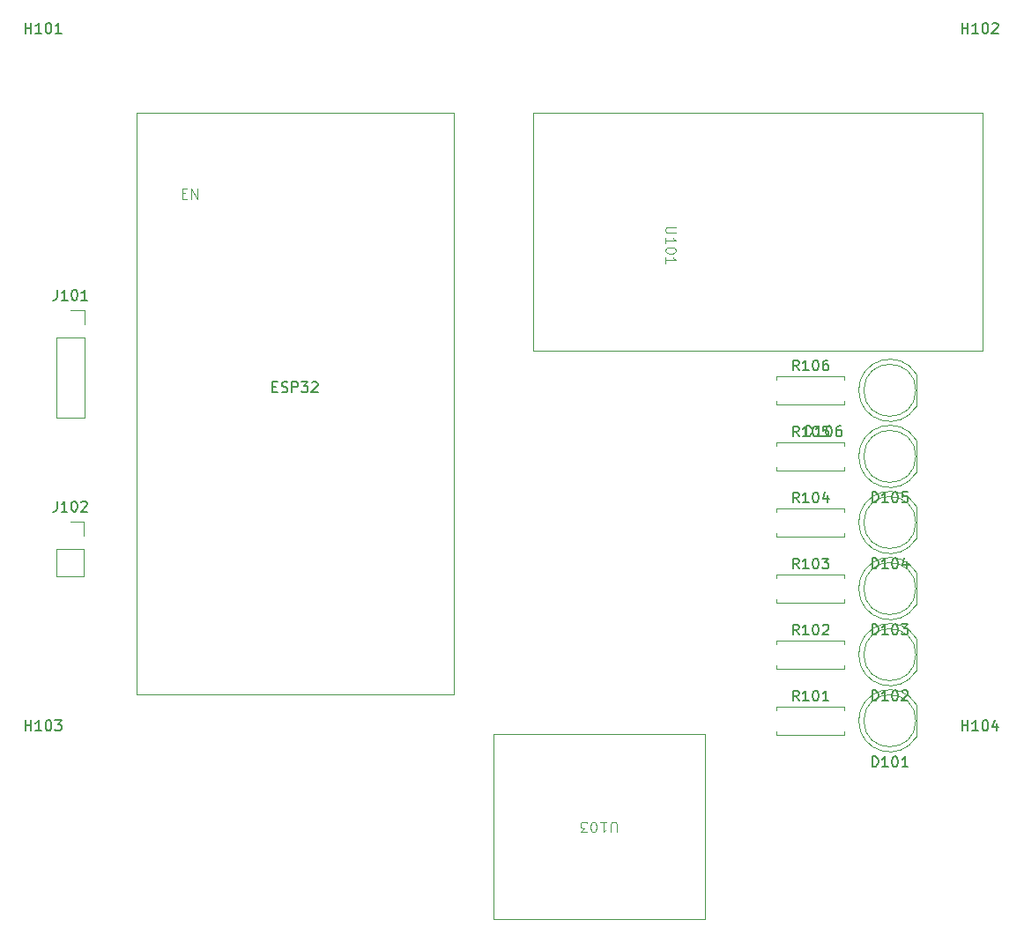
<source format=gbr>
%TF.GenerationSoftware,KiCad,Pcbnew,7.0.10*%
%TF.CreationDate,2024-04-22T12:45:59-04:00*%
%TF.ProjectId,ping_pong_esp32,70696e67-5f70-46f6-9e67-5f6573703332,rev?*%
%TF.SameCoordinates,Original*%
%TF.FileFunction,Legend,Top*%
%TF.FilePolarity,Positive*%
%FSLAX46Y46*%
G04 Gerber Fmt 4.6, Leading zero omitted, Abs format (unit mm)*
G04 Created by KiCad (PCBNEW 7.0.10) date 2024-04-22 12:45:59*
%MOMM*%
%LPD*%
G01*
G04 APERTURE LIST*
%ADD10C,0.150000*%
%ADD11C,0.100000*%
%ADD12C,0.120000*%
G04 APERTURE END LIST*
D10*
X93285714Y-68254819D02*
X93285714Y-67254819D01*
X93285714Y-67731009D02*
X93857142Y-67731009D01*
X93857142Y-68254819D02*
X93857142Y-67254819D01*
X94857142Y-68254819D02*
X94285714Y-68254819D01*
X94571428Y-68254819D02*
X94571428Y-67254819D01*
X94571428Y-67254819D02*
X94476190Y-67397676D01*
X94476190Y-67397676D02*
X94380952Y-67492914D01*
X94380952Y-67492914D02*
X94285714Y-67540533D01*
X95476190Y-67254819D02*
X95571428Y-67254819D01*
X95571428Y-67254819D02*
X95666666Y-67302438D01*
X95666666Y-67302438D02*
X95714285Y-67350057D01*
X95714285Y-67350057D02*
X95761904Y-67445295D01*
X95761904Y-67445295D02*
X95809523Y-67635771D01*
X95809523Y-67635771D02*
X95809523Y-67873866D01*
X95809523Y-67873866D02*
X95761904Y-68064342D01*
X95761904Y-68064342D02*
X95714285Y-68159580D01*
X95714285Y-68159580D02*
X95666666Y-68207200D01*
X95666666Y-68207200D02*
X95571428Y-68254819D01*
X95571428Y-68254819D02*
X95476190Y-68254819D01*
X95476190Y-68254819D02*
X95380952Y-68207200D01*
X95380952Y-68207200D02*
X95333333Y-68159580D01*
X95333333Y-68159580D02*
X95285714Y-68064342D01*
X95285714Y-68064342D02*
X95238095Y-67873866D01*
X95238095Y-67873866D02*
X95238095Y-67635771D01*
X95238095Y-67635771D02*
X95285714Y-67445295D01*
X95285714Y-67445295D02*
X95333333Y-67350057D01*
X95333333Y-67350057D02*
X95380952Y-67302438D01*
X95380952Y-67302438D02*
X95476190Y-67254819D01*
X96666666Y-67588152D02*
X96666666Y-68254819D01*
X96428571Y-67207200D02*
X96190476Y-67921485D01*
X96190476Y-67921485D02*
X96809523Y-67921485D01*
X3285714Y-68254819D02*
X3285714Y-67254819D01*
X3285714Y-67731009D02*
X3857142Y-67731009D01*
X3857142Y-68254819D02*
X3857142Y-67254819D01*
X4857142Y-68254819D02*
X4285714Y-68254819D01*
X4571428Y-68254819D02*
X4571428Y-67254819D01*
X4571428Y-67254819D02*
X4476190Y-67397676D01*
X4476190Y-67397676D02*
X4380952Y-67492914D01*
X4380952Y-67492914D02*
X4285714Y-67540533D01*
X5476190Y-67254819D02*
X5571428Y-67254819D01*
X5571428Y-67254819D02*
X5666666Y-67302438D01*
X5666666Y-67302438D02*
X5714285Y-67350057D01*
X5714285Y-67350057D02*
X5761904Y-67445295D01*
X5761904Y-67445295D02*
X5809523Y-67635771D01*
X5809523Y-67635771D02*
X5809523Y-67873866D01*
X5809523Y-67873866D02*
X5761904Y-68064342D01*
X5761904Y-68064342D02*
X5714285Y-68159580D01*
X5714285Y-68159580D02*
X5666666Y-68207200D01*
X5666666Y-68207200D02*
X5571428Y-68254819D01*
X5571428Y-68254819D02*
X5476190Y-68254819D01*
X5476190Y-68254819D02*
X5380952Y-68207200D01*
X5380952Y-68207200D02*
X5333333Y-68159580D01*
X5333333Y-68159580D02*
X5285714Y-68064342D01*
X5285714Y-68064342D02*
X5238095Y-67873866D01*
X5238095Y-67873866D02*
X5238095Y-67635771D01*
X5238095Y-67635771D02*
X5285714Y-67445295D01*
X5285714Y-67445295D02*
X5333333Y-67350057D01*
X5333333Y-67350057D02*
X5380952Y-67302438D01*
X5380952Y-67302438D02*
X5476190Y-67254819D01*
X6142857Y-67254819D02*
X6761904Y-67254819D01*
X6761904Y-67254819D02*
X6428571Y-67635771D01*
X6428571Y-67635771D02*
X6571428Y-67635771D01*
X6571428Y-67635771D02*
X6666666Y-67683390D01*
X6666666Y-67683390D02*
X6714285Y-67731009D01*
X6714285Y-67731009D02*
X6761904Y-67826247D01*
X6761904Y-67826247D02*
X6761904Y-68064342D01*
X6761904Y-68064342D02*
X6714285Y-68159580D01*
X6714285Y-68159580D02*
X6666666Y-68207200D01*
X6666666Y-68207200D02*
X6571428Y-68254819D01*
X6571428Y-68254819D02*
X6285714Y-68254819D01*
X6285714Y-68254819D02*
X6190476Y-68207200D01*
X6190476Y-68207200D02*
X6142857Y-68159580D01*
X93285714Y-1254819D02*
X93285714Y-254819D01*
X93285714Y-731009D02*
X93857142Y-731009D01*
X93857142Y-1254819D02*
X93857142Y-254819D01*
X94857142Y-1254819D02*
X94285714Y-1254819D01*
X94571428Y-1254819D02*
X94571428Y-254819D01*
X94571428Y-254819D02*
X94476190Y-397676D01*
X94476190Y-397676D02*
X94380952Y-492914D01*
X94380952Y-492914D02*
X94285714Y-540533D01*
X95476190Y-254819D02*
X95571428Y-254819D01*
X95571428Y-254819D02*
X95666666Y-302438D01*
X95666666Y-302438D02*
X95714285Y-350057D01*
X95714285Y-350057D02*
X95761904Y-445295D01*
X95761904Y-445295D02*
X95809523Y-635771D01*
X95809523Y-635771D02*
X95809523Y-873866D01*
X95809523Y-873866D02*
X95761904Y-1064342D01*
X95761904Y-1064342D02*
X95714285Y-1159580D01*
X95714285Y-1159580D02*
X95666666Y-1207200D01*
X95666666Y-1207200D02*
X95571428Y-1254819D01*
X95571428Y-1254819D02*
X95476190Y-1254819D01*
X95476190Y-1254819D02*
X95380952Y-1207200D01*
X95380952Y-1207200D02*
X95333333Y-1159580D01*
X95333333Y-1159580D02*
X95285714Y-1064342D01*
X95285714Y-1064342D02*
X95238095Y-873866D01*
X95238095Y-873866D02*
X95238095Y-635771D01*
X95238095Y-635771D02*
X95285714Y-445295D01*
X95285714Y-445295D02*
X95333333Y-350057D01*
X95333333Y-350057D02*
X95380952Y-302438D01*
X95380952Y-302438D02*
X95476190Y-254819D01*
X96190476Y-350057D02*
X96238095Y-302438D01*
X96238095Y-302438D02*
X96333333Y-254819D01*
X96333333Y-254819D02*
X96571428Y-254819D01*
X96571428Y-254819D02*
X96666666Y-302438D01*
X96666666Y-302438D02*
X96714285Y-350057D01*
X96714285Y-350057D02*
X96761904Y-445295D01*
X96761904Y-445295D02*
X96761904Y-540533D01*
X96761904Y-540533D02*
X96714285Y-683390D01*
X96714285Y-683390D02*
X96142857Y-1254819D01*
X96142857Y-1254819D02*
X96761904Y-1254819D01*
X3285714Y-1254819D02*
X3285714Y-254819D01*
X3285714Y-731009D02*
X3857142Y-731009D01*
X3857142Y-1254819D02*
X3857142Y-254819D01*
X4857142Y-1254819D02*
X4285714Y-1254819D01*
X4571428Y-1254819D02*
X4571428Y-254819D01*
X4571428Y-254819D02*
X4476190Y-397676D01*
X4476190Y-397676D02*
X4380952Y-492914D01*
X4380952Y-492914D02*
X4285714Y-540533D01*
X5476190Y-254819D02*
X5571428Y-254819D01*
X5571428Y-254819D02*
X5666666Y-302438D01*
X5666666Y-302438D02*
X5714285Y-350057D01*
X5714285Y-350057D02*
X5761904Y-445295D01*
X5761904Y-445295D02*
X5809523Y-635771D01*
X5809523Y-635771D02*
X5809523Y-873866D01*
X5809523Y-873866D02*
X5761904Y-1064342D01*
X5761904Y-1064342D02*
X5714285Y-1159580D01*
X5714285Y-1159580D02*
X5666666Y-1207200D01*
X5666666Y-1207200D02*
X5571428Y-1254819D01*
X5571428Y-1254819D02*
X5476190Y-1254819D01*
X5476190Y-1254819D02*
X5380952Y-1207200D01*
X5380952Y-1207200D02*
X5333333Y-1159580D01*
X5333333Y-1159580D02*
X5285714Y-1064342D01*
X5285714Y-1064342D02*
X5238095Y-873866D01*
X5238095Y-873866D02*
X5238095Y-635771D01*
X5238095Y-635771D02*
X5285714Y-445295D01*
X5285714Y-445295D02*
X5333333Y-350057D01*
X5333333Y-350057D02*
X5380952Y-302438D01*
X5380952Y-302438D02*
X5476190Y-254819D01*
X6761904Y-1254819D02*
X6190476Y-1254819D01*
X6476190Y-1254819D02*
X6476190Y-254819D01*
X6476190Y-254819D02*
X6380952Y-397676D01*
X6380952Y-397676D02*
X6285714Y-492914D01*
X6285714Y-492914D02*
X6190476Y-540533D01*
X78319524Y-39974819D02*
X78319524Y-38974819D01*
X78319524Y-38974819D02*
X78557619Y-38974819D01*
X78557619Y-38974819D02*
X78700476Y-39022438D01*
X78700476Y-39022438D02*
X78795714Y-39117676D01*
X78795714Y-39117676D02*
X78843333Y-39212914D01*
X78843333Y-39212914D02*
X78890952Y-39403390D01*
X78890952Y-39403390D02*
X78890952Y-39546247D01*
X78890952Y-39546247D02*
X78843333Y-39736723D01*
X78843333Y-39736723D02*
X78795714Y-39831961D01*
X78795714Y-39831961D02*
X78700476Y-39927200D01*
X78700476Y-39927200D02*
X78557619Y-39974819D01*
X78557619Y-39974819D02*
X78319524Y-39974819D01*
X79843333Y-39974819D02*
X79271905Y-39974819D01*
X79557619Y-39974819D02*
X79557619Y-38974819D01*
X79557619Y-38974819D02*
X79462381Y-39117676D01*
X79462381Y-39117676D02*
X79367143Y-39212914D01*
X79367143Y-39212914D02*
X79271905Y-39260533D01*
X80462381Y-38974819D02*
X80557619Y-38974819D01*
X80557619Y-38974819D02*
X80652857Y-39022438D01*
X80652857Y-39022438D02*
X80700476Y-39070057D01*
X80700476Y-39070057D02*
X80748095Y-39165295D01*
X80748095Y-39165295D02*
X80795714Y-39355771D01*
X80795714Y-39355771D02*
X80795714Y-39593866D01*
X80795714Y-39593866D02*
X80748095Y-39784342D01*
X80748095Y-39784342D02*
X80700476Y-39879580D01*
X80700476Y-39879580D02*
X80652857Y-39927200D01*
X80652857Y-39927200D02*
X80557619Y-39974819D01*
X80557619Y-39974819D02*
X80462381Y-39974819D01*
X80462381Y-39974819D02*
X80367143Y-39927200D01*
X80367143Y-39927200D02*
X80319524Y-39879580D01*
X80319524Y-39879580D02*
X80271905Y-39784342D01*
X80271905Y-39784342D02*
X80224286Y-39593866D01*
X80224286Y-39593866D02*
X80224286Y-39355771D01*
X80224286Y-39355771D02*
X80271905Y-39165295D01*
X80271905Y-39165295D02*
X80319524Y-39070057D01*
X80319524Y-39070057D02*
X80367143Y-39022438D01*
X80367143Y-39022438D02*
X80462381Y-38974819D01*
X81652857Y-38974819D02*
X81462381Y-38974819D01*
X81462381Y-38974819D02*
X81367143Y-39022438D01*
X81367143Y-39022438D02*
X81319524Y-39070057D01*
X81319524Y-39070057D02*
X81224286Y-39212914D01*
X81224286Y-39212914D02*
X81176667Y-39403390D01*
X81176667Y-39403390D02*
X81176667Y-39784342D01*
X81176667Y-39784342D02*
X81224286Y-39879580D01*
X81224286Y-39879580D02*
X81271905Y-39927200D01*
X81271905Y-39927200D02*
X81367143Y-39974819D01*
X81367143Y-39974819D02*
X81557619Y-39974819D01*
X81557619Y-39974819D02*
X81652857Y-39927200D01*
X81652857Y-39927200D02*
X81700476Y-39879580D01*
X81700476Y-39879580D02*
X81748095Y-39784342D01*
X81748095Y-39784342D02*
X81748095Y-39546247D01*
X81748095Y-39546247D02*
X81700476Y-39451009D01*
X81700476Y-39451009D02*
X81652857Y-39403390D01*
X81652857Y-39403390D02*
X81557619Y-39355771D01*
X81557619Y-39355771D02*
X81367143Y-39355771D01*
X81367143Y-39355771D02*
X81271905Y-39403390D01*
X81271905Y-39403390D02*
X81224286Y-39451009D01*
X81224286Y-39451009D02*
X81176667Y-39546247D01*
X84669524Y-46324819D02*
X84669524Y-45324819D01*
X84669524Y-45324819D02*
X84907619Y-45324819D01*
X84907619Y-45324819D02*
X85050476Y-45372438D01*
X85050476Y-45372438D02*
X85145714Y-45467676D01*
X85145714Y-45467676D02*
X85193333Y-45562914D01*
X85193333Y-45562914D02*
X85240952Y-45753390D01*
X85240952Y-45753390D02*
X85240952Y-45896247D01*
X85240952Y-45896247D02*
X85193333Y-46086723D01*
X85193333Y-46086723D02*
X85145714Y-46181961D01*
X85145714Y-46181961D02*
X85050476Y-46277200D01*
X85050476Y-46277200D02*
X84907619Y-46324819D01*
X84907619Y-46324819D02*
X84669524Y-46324819D01*
X86193333Y-46324819D02*
X85621905Y-46324819D01*
X85907619Y-46324819D02*
X85907619Y-45324819D01*
X85907619Y-45324819D02*
X85812381Y-45467676D01*
X85812381Y-45467676D02*
X85717143Y-45562914D01*
X85717143Y-45562914D02*
X85621905Y-45610533D01*
X86812381Y-45324819D02*
X86907619Y-45324819D01*
X86907619Y-45324819D02*
X87002857Y-45372438D01*
X87002857Y-45372438D02*
X87050476Y-45420057D01*
X87050476Y-45420057D02*
X87098095Y-45515295D01*
X87098095Y-45515295D02*
X87145714Y-45705771D01*
X87145714Y-45705771D02*
X87145714Y-45943866D01*
X87145714Y-45943866D02*
X87098095Y-46134342D01*
X87098095Y-46134342D02*
X87050476Y-46229580D01*
X87050476Y-46229580D02*
X87002857Y-46277200D01*
X87002857Y-46277200D02*
X86907619Y-46324819D01*
X86907619Y-46324819D02*
X86812381Y-46324819D01*
X86812381Y-46324819D02*
X86717143Y-46277200D01*
X86717143Y-46277200D02*
X86669524Y-46229580D01*
X86669524Y-46229580D02*
X86621905Y-46134342D01*
X86621905Y-46134342D02*
X86574286Y-45943866D01*
X86574286Y-45943866D02*
X86574286Y-45705771D01*
X86574286Y-45705771D02*
X86621905Y-45515295D01*
X86621905Y-45515295D02*
X86669524Y-45420057D01*
X86669524Y-45420057D02*
X86717143Y-45372438D01*
X86717143Y-45372438D02*
X86812381Y-45324819D01*
X88050476Y-45324819D02*
X87574286Y-45324819D01*
X87574286Y-45324819D02*
X87526667Y-45801009D01*
X87526667Y-45801009D02*
X87574286Y-45753390D01*
X87574286Y-45753390D02*
X87669524Y-45705771D01*
X87669524Y-45705771D02*
X87907619Y-45705771D01*
X87907619Y-45705771D02*
X88002857Y-45753390D01*
X88002857Y-45753390D02*
X88050476Y-45801009D01*
X88050476Y-45801009D02*
X88098095Y-45896247D01*
X88098095Y-45896247D02*
X88098095Y-46134342D01*
X88098095Y-46134342D02*
X88050476Y-46229580D01*
X88050476Y-46229580D02*
X88002857Y-46277200D01*
X88002857Y-46277200D02*
X87907619Y-46324819D01*
X87907619Y-46324819D02*
X87669524Y-46324819D01*
X87669524Y-46324819D02*
X87574286Y-46277200D01*
X87574286Y-46277200D02*
X87526667Y-46229580D01*
X84669524Y-52674819D02*
X84669524Y-51674819D01*
X84669524Y-51674819D02*
X84907619Y-51674819D01*
X84907619Y-51674819D02*
X85050476Y-51722438D01*
X85050476Y-51722438D02*
X85145714Y-51817676D01*
X85145714Y-51817676D02*
X85193333Y-51912914D01*
X85193333Y-51912914D02*
X85240952Y-52103390D01*
X85240952Y-52103390D02*
X85240952Y-52246247D01*
X85240952Y-52246247D02*
X85193333Y-52436723D01*
X85193333Y-52436723D02*
X85145714Y-52531961D01*
X85145714Y-52531961D02*
X85050476Y-52627200D01*
X85050476Y-52627200D02*
X84907619Y-52674819D01*
X84907619Y-52674819D02*
X84669524Y-52674819D01*
X86193333Y-52674819D02*
X85621905Y-52674819D01*
X85907619Y-52674819D02*
X85907619Y-51674819D01*
X85907619Y-51674819D02*
X85812381Y-51817676D01*
X85812381Y-51817676D02*
X85717143Y-51912914D01*
X85717143Y-51912914D02*
X85621905Y-51960533D01*
X86812381Y-51674819D02*
X86907619Y-51674819D01*
X86907619Y-51674819D02*
X87002857Y-51722438D01*
X87002857Y-51722438D02*
X87050476Y-51770057D01*
X87050476Y-51770057D02*
X87098095Y-51865295D01*
X87098095Y-51865295D02*
X87145714Y-52055771D01*
X87145714Y-52055771D02*
X87145714Y-52293866D01*
X87145714Y-52293866D02*
X87098095Y-52484342D01*
X87098095Y-52484342D02*
X87050476Y-52579580D01*
X87050476Y-52579580D02*
X87002857Y-52627200D01*
X87002857Y-52627200D02*
X86907619Y-52674819D01*
X86907619Y-52674819D02*
X86812381Y-52674819D01*
X86812381Y-52674819D02*
X86717143Y-52627200D01*
X86717143Y-52627200D02*
X86669524Y-52579580D01*
X86669524Y-52579580D02*
X86621905Y-52484342D01*
X86621905Y-52484342D02*
X86574286Y-52293866D01*
X86574286Y-52293866D02*
X86574286Y-52055771D01*
X86574286Y-52055771D02*
X86621905Y-51865295D01*
X86621905Y-51865295D02*
X86669524Y-51770057D01*
X86669524Y-51770057D02*
X86717143Y-51722438D01*
X86717143Y-51722438D02*
X86812381Y-51674819D01*
X88002857Y-52008152D02*
X88002857Y-52674819D01*
X87764762Y-51627200D02*
X87526667Y-52341485D01*
X87526667Y-52341485D02*
X88145714Y-52341485D01*
X84669524Y-59024819D02*
X84669524Y-58024819D01*
X84669524Y-58024819D02*
X84907619Y-58024819D01*
X84907619Y-58024819D02*
X85050476Y-58072438D01*
X85050476Y-58072438D02*
X85145714Y-58167676D01*
X85145714Y-58167676D02*
X85193333Y-58262914D01*
X85193333Y-58262914D02*
X85240952Y-58453390D01*
X85240952Y-58453390D02*
X85240952Y-58596247D01*
X85240952Y-58596247D02*
X85193333Y-58786723D01*
X85193333Y-58786723D02*
X85145714Y-58881961D01*
X85145714Y-58881961D02*
X85050476Y-58977200D01*
X85050476Y-58977200D02*
X84907619Y-59024819D01*
X84907619Y-59024819D02*
X84669524Y-59024819D01*
X86193333Y-59024819D02*
X85621905Y-59024819D01*
X85907619Y-59024819D02*
X85907619Y-58024819D01*
X85907619Y-58024819D02*
X85812381Y-58167676D01*
X85812381Y-58167676D02*
X85717143Y-58262914D01*
X85717143Y-58262914D02*
X85621905Y-58310533D01*
X86812381Y-58024819D02*
X86907619Y-58024819D01*
X86907619Y-58024819D02*
X87002857Y-58072438D01*
X87002857Y-58072438D02*
X87050476Y-58120057D01*
X87050476Y-58120057D02*
X87098095Y-58215295D01*
X87098095Y-58215295D02*
X87145714Y-58405771D01*
X87145714Y-58405771D02*
X87145714Y-58643866D01*
X87145714Y-58643866D02*
X87098095Y-58834342D01*
X87098095Y-58834342D02*
X87050476Y-58929580D01*
X87050476Y-58929580D02*
X87002857Y-58977200D01*
X87002857Y-58977200D02*
X86907619Y-59024819D01*
X86907619Y-59024819D02*
X86812381Y-59024819D01*
X86812381Y-59024819D02*
X86717143Y-58977200D01*
X86717143Y-58977200D02*
X86669524Y-58929580D01*
X86669524Y-58929580D02*
X86621905Y-58834342D01*
X86621905Y-58834342D02*
X86574286Y-58643866D01*
X86574286Y-58643866D02*
X86574286Y-58405771D01*
X86574286Y-58405771D02*
X86621905Y-58215295D01*
X86621905Y-58215295D02*
X86669524Y-58120057D01*
X86669524Y-58120057D02*
X86717143Y-58072438D01*
X86717143Y-58072438D02*
X86812381Y-58024819D01*
X87479048Y-58024819D02*
X88098095Y-58024819D01*
X88098095Y-58024819D02*
X87764762Y-58405771D01*
X87764762Y-58405771D02*
X87907619Y-58405771D01*
X87907619Y-58405771D02*
X88002857Y-58453390D01*
X88002857Y-58453390D02*
X88050476Y-58501009D01*
X88050476Y-58501009D02*
X88098095Y-58596247D01*
X88098095Y-58596247D02*
X88098095Y-58834342D01*
X88098095Y-58834342D02*
X88050476Y-58929580D01*
X88050476Y-58929580D02*
X88002857Y-58977200D01*
X88002857Y-58977200D02*
X87907619Y-59024819D01*
X87907619Y-59024819D02*
X87621905Y-59024819D01*
X87621905Y-59024819D02*
X87526667Y-58977200D01*
X87526667Y-58977200D02*
X87479048Y-58929580D01*
X84669524Y-65374819D02*
X84669524Y-64374819D01*
X84669524Y-64374819D02*
X84907619Y-64374819D01*
X84907619Y-64374819D02*
X85050476Y-64422438D01*
X85050476Y-64422438D02*
X85145714Y-64517676D01*
X85145714Y-64517676D02*
X85193333Y-64612914D01*
X85193333Y-64612914D02*
X85240952Y-64803390D01*
X85240952Y-64803390D02*
X85240952Y-64946247D01*
X85240952Y-64946247D02*
X85193333Y-65136723D01*
X85193333Y-65136723D02*
X85145714Y-65231961D01*
X85145714Y-65231961D02*
X85050476Y-65327200D01*
X85050476Y-65327200D02*
X84907619Y-65374819D01*
X84907619Y-65374819D02*
X84669524Y-65374819D01*
X86193333Y-65374819D02*
X85621905Y-65374819D01*
X85907619Y-65374819D02*
X85907619Y-64374819D01*
X85907619Y-64374819D02*
X85812381Y-64517676D01*
X85812381Y-64517676D02*
X85717143Y-64612914D01*
X85717143Y-64612914D02*
X85621905Y-64660533D01*
X86812381Y-64374819D02*
X86907619Y-64374819D01*
X86907619Y-64374819D02*
X87002857Y-64422438D01*
X87002857Y-64422438D02*
X87050476Y-64470057D01*
X87050476Y-64470057D02*
X87098095Y-64565295D01*
X87098095Y-64565295D02*
X87145714Y-64755771D01*
X87145714Y-64755771D02*
X87145714Y-64993866D01*
X87145714Y-64993866D02*
X87098095Y-65184342D01*
X87098095Y-65184342D02*
X87050476Y-65279580D01*
X87050476Y-65279580D02*
X87002857Y-65327200D01*
X87002857Y-65327200D02*
X86907619Y-65374819D01*
X86907619Y-65374819D02*
X86812381Y-65374819D01*
X86812381Y-65374819D02*
X86717143Y-65327200D01*
X86717143Y-65327200D02*
X86669524Y-65279580D01*
X86669524Y-65279580D02*
X86621905Y-65184342D01*
X86621905Y-65184342D02*
X86574286Y-64993866D01*
X86574286Y-64993866D02*
X86574286Y-64755771D01*
X86574286Y-64755771D02*
X86621905Y-64565295D01*
X86621905Y-64565295D02*
X86669524Y-64470057D01*
X86669524Y-64470057D02*
X86717143Y-64422438D01*
X86717143Y-64422438D02*
X86812381Y-64374819D01*
X87526667Y-64470057D02*
X87574286Y-64422438D01*
X87574286Y-64422438D02*
X87669524Y-64374819D01*
X87669524Y-64374819D02*
X87907619Y-64374819D01*
X87907619Y-64374819D02*
X88002857Y-64422438D01*
X88002857Y-64422438D02*
X88050476Y-64470057D01*
X88050476Y-64470057D02*
X88098095Y-64565295D01*
X88098095Y-64565295D02*
X88098095Y-64660533D01*
X88098095Y-64660533D02*
X88050476Y-64803390D01*
X88050476Y-64803390D02*
X87479048Y-65374819D01*
X87479048Y-65374819D02*
X88098095Y-65374819D01*
X6334285Y-46214819D02*
X6334285Y-46929104D01*
X6334285Y-46929104D02*
X6286666Y-47071961D01*
X6286666Y-47071961D02*
X6191428Y-47167200D01*
X6191428Y-47167200D02*
X6048571Y-47214819D01*
X6048571Y-47214819D02*
X5953333Y-47214819D01*
X7334285Y-47214819D02*
X6762857Y-47214819D01*
X7048571Y-47214819D02*
X7048571Y-46214819D01*
X7048571Y-46214819D02*
X6953333Y-46357676D01*
X6953333Y-46357676D02*
X6858095Y-46452914D01*
X6858095Y-46452914D02*
X6762857Y-46500533D01*
X7953333Y-46214819D02*
X8048571Y-46214819D01*
X8048571Y-46214819D02*
X8143809Y-46262438D01*
X8143809Y-46262438D02*
X8191428Y-46310057D01*
X8191428Y-46310057D02*
X8239047Y-46405295D01*
X8239047Y-46405295D02*
X8286666Y-46595771D01*
X8286666Y-46595771D02*
X8286666Y-46833866D01*
X8286666Y-46833866D02*
X8239047Y-47024342D01*
X8239047Y-47024342D02*
X8191428Y-47119580D01*
X8191428Y-47119580D02*
X8143809Y-47167200D01*
X8143809Y-47167200D02*
X8048571Y-47214819D01*
X8048571Y-47214819D02*
X7953333Y-47214819D01*
X7953333Y-47214819D02*
X7858095Y-47167200D01*
X7858095Y-47167200D02*
X7810476Y-47119580D01*
X7810476Y-47119580D02*
X7762857Y-47024342D01*
X7762857Y-47024342D02*
X7715238Y-46833866D01*
X7715238Y-46833866D02*
X7715238Y-46595771D01*
X7715238Y-46595771D02*
X7762857Y-46405295D01*
X7762857Y-46405295D02*
X7810476Y-46310057D01*
X7810476Y-46310057D02*
X7858095Y-46262438D01*
X7858095Y-46262438D02*
X7953333Y-46214819D01*
X8667619Y-46310057D02*
X8715238Y-46262438D01*
X8715238Y-46262438D02*
X8810476Y-46214819D01*
X8810476Y-46214819D02*
X9048571Y-46214819D01*
X9048571Y-46214819D02*
X9143809Y-46262438D01*
X9143809Y-46262438D02*
X9191428Y-46310057D01*
X9191428Y-46310057D02*
X9239047Y-46405295D01*
X9239047Y-46405295D02*
X9239047Y-46500533D01*
X9239047Y-46500533D02*
X9191428Y-46643390D01*
X9191428Y-46643390D02*
X8620000Y-47214819D01*
X8620000Y-47214819D02*
X9239047Y-47214819D01*
X6359285Y-25904819D02*
X6359285Y-26619104D01*
X6359285Y-26619104D02*
X6311666Y-26761961D01*
X6311666Y-26761961D02*
X6216428Y-26857200D01*
X6216428Y-26857200D02*
X6073571Y-26904819D01*
X6073571Y-26904819D02*
X5978333Y-26904819D01*
X7359285Y-26904819D02*
X6787857Y-26904819D01*
X7073571Y-26904819D02*
X7073571Y-25904819D01*
X7073571Y-25904819D02*
X6978333Y-26047676D01*
X6978333Y-26047676D02*
X6883095Y-26142914D01*
X6883095Y-26142914D02*
X6787857Y-26190533D01*
X7978333Y-25904819D02*
X8073571Y-25904819D01*
X8073571Y-25904819D02*
X8168809Y-25952438D01*
X8168809Y-25952438D02*
X8216428Y-26000057D01*
X8216428Y-26000057D02*
X8264047Y-26095295D01*
X8264047Y-26095295D02*
X8311666Y-26285771D01*
X8311666Y-26285771D02*
X8311666Y-26523866D01*
X8311666Y-26523866D02*
X8264047Y-26714342D01*
X8264047Y-26714342D02*
X8216428Y-26809580D01*
X8216428Y-26809580D02*
X8168809Y-26857200D01*
X8168809Y-26857200D02*
X8073571Y-26904819D01*
X8073571Y-26904819D02*
X7978333Y-26904819D01*
X7978333Y-26904819D02*
X7883095Y-26857200D01*
X7883095Y-26857200D02*
X7835476Y-26809580D01*
X7835476Y-26809580D02*
X7787857Y-26714342D01*
X7787857Y-26714342D02*
X7740238Y-26523866D01*
X7740238Y-26523866D02*
X7740238Y-26285771D01*
X7740238Y-26285771D02*
X7787857Y-26095295D01*
X7787857Y-26095295D02*
X7835476Y-26000057D01*
X7835476Y-26000057D02*
X7883095Y-25952438D01*
X7883095Y-25952438D02*
X7978333Y-25904819D01*
X9264047Y-26904819D02*
X8692619Y-26904819D01*
X8978333Y-26904819D02*
X8978333Y-25904819D01*
X8978333Y-25904819D02*
X8883095Y-26047676D01*
X8883095Y-26047676D02*
X8787857Y-26142914D01*
X8787857Y-26142914D02*
X8692619Y-26190533D01*
D11*
X60134285Y-78012580D02*
X60134285Y-77203057D01*
X60134285Y-77203057D02*
X60086666Y-77107819D01*
X60086666Y-77107819D02*
X60039047Y-77060200D01*
X60039047Y-77060200D02*
X59943809Y-77012580D01*
X59943809Y-77012580D02*
X59753333Y-77012580D01*
X59753333Y-77012580D02*
X59658095Y-77060200D01*
X59658095Y-77060200D02*
X59610476Y-77107819D01*
X59610476Y-77107819D02*
X59562857Y-77203057D01*
X59562857Y-77203057D02*
X59562857Y-78012580D01*
X58562857Y-77012580D02*
X59134285Y-77012580D01*
X58848571Y-77012580D02*
X58848571Y-78012580D01*
X58848571Y-78012580D02*
X58943809Y-77869723D01*
X58943809Y-77869723D02*
X59039047Y-77774485D01*
X59039047Y-77774485D02*
X59134285Y-77726866D01*
X57943809Y-78012580D02*
X57848571Y-78012580D01*
X57848571Y-78012580D02*
X57753333Y-77964961D01*
X57753333Y-77964961D02*
X57705714Y-77917342D01*
X57705714Y-77917342D02*
X57658095Y-77822104D01*
X57658095Y-77822104D02*
X57610476Y-77631628D01*
X57610476Y-77631628D02*
X57610476Y-77393533D01*
X57610476Y-77393533D02*
X57658095Y-77203057D01*
X57658095Y-77203057D02*
X57705714Y-77107819D01*
X57705714Y-77107819D02*
X57753333Y-77060200D01*
X57753333Y-77060200D02*
X57848571Y-77012580D01*
X57848571Y-77012580D02*
X57943809Y-77012580D01*
X57943809Y-77012580D02*
X58039047Y-77060200D01*
X58039047Y-77060200D02*
X58086666Y-77107819D01*
X58086666Y-77107819D02*
X58134285Y-77203057D01*
X58134285Y-77203057D02*
X58181904Y-77393533D01*
X58181904Y-77393533D02*
X58181904Y-77631628D01*
X58181904Y-77631628D02*
X58134285Y-77822104D01*
X58134285Y-77822104D02*
X58086666Y-77917342D01*
X58086666Y-77917342D02*
X58039047Y-77964961D01*
X58039047Y-77964961D02*
X57943809Y-78012580D01*
X57277142Y-78012580D02*
X56658095Y-78012580D01*
X56658095Y-78012580D02*
X56991428Y-77631628D01*
X56991428Y-77631628D02*
X56848571Y-77631628D01*
X56848571Y-77631628D02*
X56753333Y-77584009D01*
X56753333Y-77584009D02*
X56705714Y-77536390D01*
X56705714Y-77536390D02*
X56658095Y-77441152D01*
X56658095Y-77441152D02*
X56658095Y-77203057D01*
X56658095Y-77203057D02*
X56705714Y-77107819D01*
X56705714Y-77107819D02*
X56753333Y-77060200D01*
X56753333Y-77060200D02*
X56848571Y-77012580D01*
X56848571Y-77012580D02*
X57134285Y-77012580D01*
X57134285Y-77012580D02*
X57229523Y-77060200D01*
X57229523Y-77060200D02*
X57277142Y-77107819D01*
D10*
X27067143Y-35221009D02*
X27400476Y-35221009D01*
X27543333Y-35744819D02*
X27067143Y-35744819D01*
X27067143Y-35744819D02*
X27067143Y-34744819D01*
X27067143Y-34744819D02*
X27543333Y-34744819D01*
X27924286Y-35697200D02*
X28067143Y-35744819D01*
X28067143Y-35744819D02*
X28305238Y-35744819D01*
X28305238Y-35744819D02*
X28400476Y-35697200D01*
X28400476Y-35697200D02*
X28448095Y-35649580D01*
X28448095Y-35649580D02*
X28495714Y-35554342D01*
X28495714Y-35554342D02*
X28495714Y-35459104D01*
X28495714Y-35459104D02*
X28448095Y-35363866D01*
X28448095Y-35363866D02*
X28400476Y-35316247D01*
X28400476Y-35316247D02*
X28305238Y-35268628D01*
X28305238Y-35268628D02*
X28114762Y-35221009D01*
X28114762Y-35221009D02*
X28019524Y-35173390D01*
X28019524Y-35173390D02*
X27971905Y-35125771D01*
X27971905Y-35125771D02*
X27924286Y-35030533D01*
X27924286Y-35030533D02*
X27924286Y-34935295D01*
X27924286Y-34935295D02*
X27971905Y-34840057D01*
X27971905Y-34840057D02*
X28019524Y-34792438D01*
X28019524Y-34792438D02*
X28114762Y-34744819D01*
X28114762Y-34744819D02*
X28352857Y-34744819D01*
X28352857Y-34744819D02*
X28495714Y-34792438D01*
X28924286Y-35744819D02*
X28924286Y-34744819D01*
X28924286Y-34744819D02*
X29305238Y-34744819D01*
X29305238Y-34744819D02*
X29400476Y-34792438D01*
X29400476Y-34792438D02*
X29448095Y-34840057D01*
X29448095Y-34840057D02*
X29495714Y-34935295D01*
X29495714Y-34935295D02*
X29495714Y-35078152D01*
X29495714Y-35078152D02*
X29448095Y-35173390D01*
X29448095Y-35173390D02*
X29400476Y-35221009D01*
X29400476Y-35221009D02*
X29305238Y-35268628D01*
X29305238Y-35268628D02*
X28924286Y-35268628D01*
X29829048Y-34744819D02*
X30448095Y-34744819D01*
X30448095Y-34744819D02*
X30114762Y-35125771D01*
X30114762Y-35125771D02*
X30257619Y-35125771D01*
X30257619Y-35125771D02*
X30352857Y-35173390D01*
X30352857Y-35173390D02*
X30400476Y-35221009D01*
X30400476Y-35221009D02*
X30448095Y-35316247D01*
X30448095Y-35316247D02*
X30448095Y-35554342D01*
X30448095Y-35554342D02*
X30400476Y-35649580D01*
X30400476Y-35649580D02*
X30352857Y-35697200D01*
X30352857Y-35697200D02*
X30257619Y-35744819D01*
X30257619Y-35744819D02*
X29971905Y-35744819D01*
X29971905Y-35744819D02*
X29876667Y-35697200D01*
X29876667Y-35697200D02*
X29829048Y-35649580D01*
X30829048Y-34840057D02*
X30876667Y-34792438D01*
X30876667Y-34792438D02*
X30971905Y-34744819D01*
X30971905Y-34744819D02*
X31210000Y-34744819D01*
X31210000Y-34744819D02*
X31305238Y-34792438D01*
X31305238Y-34792438D02*
X31352857Y-34840057D01*
X31352857Y-34840057D02*
X31400476Y-34935295D01*
X31400476Y-34935295D02*
X31400476Y-35030533D01*
X31400476Y-35030533D02*
X31352857Y-35173390D01*
X31352857Y-35173390D02*
X30781429Y-35744819D01*
X30781429Y-35744819D02*
X31400476Y-35744819D01*
D11*
X18353884Y-16638609D02*
X18687217Y-16638609D01*
X18830074Y-17162419D02*
X18353884Y-17162419D01*
X18353884Y-17162419D02*
X18353884Y-16162419D01*
X18353884Y-16162419D02*
X18830074Y-16162419D01*
X19258646Y-17162419D02*
X19258646Y-16162419D01*
X19258646Y-16162419D02*
X19830074Y-17162419D01*
X19830074Y-17162419D02*
X19830074Y-16162419D01*
X65812580Y-19875714D02*
X65003057Y-19875714D01*
X65003057Y-19875714D02*
X64907819Y-19923333D01*
X64907819Y-19923333D02*
X64860200Y-19970952D01*
X64860200Y-19970952D02*
X64812580Y-20066190D01*
X64812580Y-20066190D02*
X64812580Y-20256666D01*
X64812580Y-20256666D02*
X64860200Y-20351904D01*
X64860200Y-20351904D02*
X64907819Y-20399523D01*
X64907819Y-20399523D02*
X65003057Y-20447142D01*
X65003057Y-20447142D02*
X65812580Y-20447142D01*
X64812580Y-21447142D02*
X64812580Y-20875714D01*
X64812580Y-21161428D02*
X65812580Y-21161428D01*
X65812580Y-21161428D02*
X65669723Y-21066190D01*
X65669723Y-21066190D02*
X65574485Y-20970952D01*
X65574485Y-20970952D02*
X65526866Y-20875714D01*
X65812580Y-22066190D02*
X65812580Y-22161428D01*
X65812580Y-22161428D02*
X65764961Y-22256666D01*
X65764961Y-22256666D02*
X65717342Y-22304285D01*
X65717342Y-22304285D02*
X65622104Y-22351904D01*
X65622104Y-22351904D02*
X65431628Y-22399523D01*
X65431628Y-22399523D02*
X65193533Y-22399523D01*
X65193533Y-22399523D02*
X65003057Y-22351904D01*
X65003057Y-22351904D02*
X64907819Y-22304285D01*
X64907819Y-22304285D02*
X64860200Y-22256666D01*
X64860200Y-22256666D02*
X64812580Y-22161428D01*
X64812580Y-22161428D02*
X64812580Y-22066190D01*
X64812580Y-22066190D02*
X64860200Y-21970952D01*
X64860200Y-21970952D02*
X64907819Y-21923333D01*
X64907819Y-21923333D02*
X65003057Y-21875714D01*
X65003057Y-21875714D02*
X65193533Y-21828095D01*
X65193533Y-21828095D02*
X65431628Y-21828095D01*
X65431628Y-21828095D02*
X65622104Y-21875714D01*
X65622104Y-21875714D02*
X65717342Y-21923333D01*
X65717342Y-21923333D02*
X65764961Y-21970952D01*
X65764961Y-21970952D02*
X65812580Y-22066190D01*
X64812580Y-23351904D02*
X64812580Y-22780476D01*
X64812580Y-23066190D02*
X65812580Y-23066190D01*
X65812580Y-23066190D02*
X65669723Y-22970952D01*
X65669723Y-22970952D02*
X65574485Y-22875714D01*
X65574485Y-22875714D02*
X65526866Y-22780476D01*
D10*
X77620952Y-33644819D02*
X77287619Y-33168628D01*
X77049524Y-33644819D02*
X77049524Y-32644819D01*
X77049524Y-32644819D02*
X77430476Y-32644819D01*
X77430476Y-32644819D02*
X77525714Y-32692438D01*
X77525714Y-32692438D02*
X77573333Y-32740057D01*
X77573333Y-32740057D02*
X77620952Y-32835295D01*
X77620952Y-32835295D02*
X77620952Y-32978152D01*
X77620952Y-32978152D02*
X77573333Y-33073390D01*
X77573333Y-33073390D02*
X77525714Y-33121009D01*
X77525714Y-33121009D02*
X77430476Y-33168628D01*
X77430476Y-33168628D02*
X77049524Y-33168628D01*
X78573333Y-33644819D02*
X78001905Y-33644819D01*
X78287619Y-33644819D02*
X78287619Y-32644819D01*
X78287619Y-32644819D02*
X78192381Y-32787676D01*
X78192381Y-32787676D02*
X78097143Y-32882914D01*
X78097143Y-32882914D02*
X78001905Y-32930533D01*
X79192381Y-32644819D02*
X79287619Y-32644819D01*
X79287619Y-32644819D02*
X79382857Y-32692438D01*
X79382857Y-32692438D02*
X79430476Y-32740057D01*
X79430476Y-32740057D02*
X79478095Y-32835295D01*
X79478095Y-32835295D02*
X79525714Y-33025771D01*
X79525714Y-33025771D02*
X79525714Y-33263866D01*
X79525714Y-33263866D02*
X79478095Y-33454342D01*
X79478095Y-33454342D02*
X79430476Y-33549580D01*
X79430476Y-33549580D02*
X79382857Y-33597200D01*
X79382857Y-33597200D02*
X79287619Y-33644819D01*
X79287619Y-33644819D02*
X79192381Y-33644819D01*
X79192381Y-33644819D02*
X79097143Y-33597200D01*
X79097143Y-33597200D02*
X79049524Y-33549580D01*
X79049524Y-33549580D02*
X79001905Y-33454342D01*
X79001905Y-33454342D02*
X78954286Y-33263866D01*
X78954286Y-33263866D02*
X78954286Y-33025771D01*
X78954286Y-33025771D02*
X79001905Y-32835295D01*
X79001905Y-32835295D02*
X79049524Y-32740057D01*
X79049524Y-32740057D02*
X79097143Y-32692438D01*
X79097143Y-32692438D02*
X79192381Y-32644819D01*
X80382857Y-32644819D02*
X80192381Y-32644819D01*
X80192381Y-32644819D02*
X80097143Y-32692438D01*
X80097143Y-32692438D02*
X80049524Y-32740057D01*
X80049524Y-32740057D02*
X79954286Y-32882914D01*
X79954286Y-32882914D02*
X79906667Y-33073390D01*
X79906667Y-33073390D02*
X79906667Y-33454342D01*
X79906667Y-33454342D02*
X79954286Y-33549580D01*
X79954286Y-33549580D02*
X80001905Y-33597200D01*
X80001905Y-33597200D02*
X80097143Y-33644819D01*
X80097143Y-33644819D02*
X80287619Y-33644819D01*
X80287619Y-33644819D02*
X80382857Y-33597200D01*
X80382857Y-33597200D02*
X80430476Y-33549580D01*
X80430476Y-33549580D02*
X80478095Y-33454342D01*
X80478095Y-33454342D02*
X80478095Y-33216247D01*
X80478095Y-33216247D02*
X80430476Y-33121009D01*
X80430476Y-33121009D02*
X80382857Y-33073390D01*
X80382857Y-33073390D02*
X80287619Y-33025771D01*
X80287619Y-33025771D02*
X80097143Y-33025771D01*
X80097143Y-33025771D02*
X80001905Y-33073390D01*
X80001905Y-33073390D02*
X79954286Y-33121009D01*
X79954286Y-33121009D02*
X79906667Y-33216247D01*
X77620952Y-39994819D02*
X77287619Y-39518628D01*
X77049524Y-39994819D02*
X77049524Y-38994819D01*
X77049524Y-38994819D02*
X77430476Y-38994819D01*
X77430476Y-38994819D02*
X77525714Y-39042438D01*
X77525714Y-39042438D02*
X77573333Y-39090057D01*
X77573333Y-39090057D02*
X77620952Y-39185295D01*
X77620952Y-39185295D02*
X77620952Y-39328152D01*
X77620952Y-39328152D02*
X77573333Y-39423390D01*
X77573333Y-39423390D02*
X77525714Y-39471009D01*
X77525714Y-39471009D02*
X77430476Y-39518628D01*
X77430476Y-39518628D02*
X77049524Y-39518628D01*
X78573333Y-39994819D02*
X78001905Y-39994819D01*
X78287619Y-39994819D02*
X78287619Y-38994819D01*
X78287619Y-38994819D02*
X78192381Y-39137676D01*
X78192381Y-39137676D02*
X78097143Y-39232914D01*
X78097143Y-39232914D02*
X78001905Y-39280533D01*
X79192381Y-38994819D02*
X79287619Y-38994819D01*
X79287619Y-38994819D02*
X79382857Y-39042438D01*
X79382857Y-39042438D02*
X79430476Y-39090057D01*
X79430476Y-39090057D02*
X79478095Y-39185295D01*
X79478095Y-39185295D02*
X79525714Y-39375771D01*
X79525714Y-39375771D02*
X79525714Y-39613866D01*
X79525714Y-39613866D02*
X79478095Y-39804342D01*
X79478095Y-39804342D02*
X79430476Y-39899580D01*
X79430476Y-39899580D02*
X79382857Y-39947200D01*
X79382857Y-39947200D02*
X79287619Y-39994819D01*
X79287619Y-39994819D02*
X79192381Y-39994819D01*
X79192381Y-39994819D02*
X79097143Y-39947200D01*
X79097143Y-39947200D02*
X79049524Y-39899580D01*
X79049524Y-39899580D02*
X79001905Y-39804342D01*
X79001905Y-39804342D02*
X78954286Y-39613866D01*
X78954286Y-39613866D02*
X78954286Y-39375771D01*
X78954286Y-39375771D02*
X79001905Y-39185295D01*
X79001905Y-39185295D02*
X79049524Y-39090057D01*
X79049524Y-39090057D02*
X79097143Y-39042438D01*
X79097143Y-39042438D02*
X79192381Y-38994819D01*
X80430476Y-38994819D02*
X79954286Y-38994819D01*
X79954286Y-38994819D02*
X79906667Y-39471009D01*
X79906667Y-39471009D02*
X79954286Y-39423390D01*
X79954286Y-39423390D02*
X80049524Y-39375771D01*
X80049524Y-39375771D02*
X80287619Y-39375771D01*
X80287619Y-39375771D02*
X80382857Y-39423390D01*
X80382857Y-39423390D02*
X80430476Y-39471009D01*
X80430476Y-39471009D02*
X80478095Y-39566247D01*
X80478095Y-39566247D02*
X80478095Y-39804342D01*
X80478095Y-39804342D02*
X80430476Y-39899580D01*
X80430476Y-39899580D02*
X80382857Y-39947200D01*
X80382857Y-39947200D02*
X80287619Y-39994819D01*
X80287619Y-39994819D02*
X80049524Y-39994819D01*
X80049524Y-39994819D02*
X79954286Y-39947200D01*
X79954286Y-39947200D02*
X79906667Y-39899580D01*
X77620952Y-46344819D02*
X77287619Y-45868628D01*
X77049524Y-46344819D02*
X77049524Y-45344819D01*
X77049524Y-45344819D02*
X77430476Y-45344819D01*
X77430476Y-45344819D02*
X77525714Y-45392438D01*
X77525714Y-45392438D02*
X77573333Y-45440057D01*
X77573333Y-45440057D02*
X77620952Y-45535295D01*
X77620952Y-45535295D02*
X77620952Y-45678152D01*
X77620952Y-45678152D02*
X77573333Y-45773390D01*
X77573333Y-45773390D02*
X77525714Y-45821009D01*
X77525714Y-45821009D02*
X77430476Y-45868628D01*
X77430476Y-45868628D02*
X77049524Y-45868628D01*
X78573333Y-46344819D02*
X78001905Y-46344819D01*
X78287619Y-46344819D02*
X78287619Y-45344819D01*
X78287619Y-45344819D02*
X78192381Y-45487676D01*
X78192381Y-45487676D02*
X78097143Y-45582914D01*
X78097143Y-45582914D02*
X78001905Y-45630533D01*
X79192381Y-45344819D02*
X79287619Y-45344819D01*
X79287619Y-45344819D02*
X79382857Y-45392438D01*
X79382857Y-45392438D02*
X79430476Y-45440057D01*
X79430476Y-45440057D02*
X79478095Y-45535295D01*
X79478095Y-45535295D02*
X79525714Y-45725771D01*
X79525714Y-45725771D02*
X79525714Y-45963866D01*
X79525714Y-45963866D02*
X79478095Y-46154342D01*
X79478095Y-46154342D02*
X79430476Y-46249580D01*
X79430476Y-46249580D02*
X79382857Y-46297200D01*
X79382857Y-46297200D02*
X79287619Y-46344819D01*
X79287619Y-46344819D02*
X79192381Y-46344819D01*
X79192381Y-46344819D02*
X79097143Y-46297200D01*
X79097143Y-46297200D02*
X79049524Y-46249580D01*
X79049524Y-46249580D02*
X79001905Y-46154342D01*
X79001905Y-46154342D02*
X78954286Y-45963866D01*
X78954286Y-45963866D02*
X78954286Y-45725771D01*
X78954286Y-45725771D02*
X79001905Y-45535295D01*
X79001905Y-45535295D02*
X79049524Y-45440057D01*
X79049524Y-45440057D02*
X79097143Y-45392438D01*
X79097143Y-45392438D02*
X79192381Y-45344819D01*
X80382857Y-45678152D02*
X80382857Y-46344819D01*
X80144762Y-45297200D02*
X79906667Y-46011485D01*
X79906667Y-46011485D02*
X80525714Y-46011485D01*
X77620952Y-52694819D02*
X77287619Y-52218628D01*
X77049524Y-52694819D02*
X77049524Y-51694819D01*
X77049524Y-51694819D02*
X77430476Y-51694819D01*
X77430476Y-51694819D02*
X77525714Y-51742438D01*
X77525714Y-51742438D02*
X77573333Y-51790057D01*
X77573333Y-51790057D02*
X77620952Y-51885295D01*
X77620952Y-51885295D02*
X77620952Y-52028152D01*
X77620952Y-52028152D02*
X77573333Y-52123390D01*
X77573333Y-52123390D02*
X77525714Y-52171009D01*
X77525714Y-52171009D02*
X77430476Y-52218628D01*
X77430476Y-52218628D02*
X77049524Y-52218628D01*
X78573333Y-52694819D02*
X78001905Y-52694819D01*
X78287619Y-52694819D02*
X78287619Y-51694819D01*
X78287619Y-51694819D02*
X78192381Y-51837676D01*
X78192381Y-51837676D02*
X78097143Y-51932914D01*
X78097143Y-51932914D02*
X78001905Y-51980533D01*
X79192381Y-51694819D02*
X79287619Y-51694819D01*
X79287619Y-51694819D02*
X79382857Y-51742438D01*
X79382857Y-51742438D02*
X79430476Y-51790057D01*
X79430476Y-51790057D02*
X79478095Y-51885295D01*
X79478095Y-51885295D02*
X79525714Y-52075771D01*
X79525714Y-52075771D02*
X79525714Y-52313866D01*
X79525714Y-52313866D02*
X79478095Y-52504342D01*
X79478095Y-52504342D02*
X79430476Y-52599580D01*
X79430476Y-52599580D02*
X79382857Y-52647200D01*
X79382857Y-52647200D02*
X79287619Y-52694819D01*
X79287619Y-52694819D02*
X79192381Y-52694819D01*
X79192381Y-52694819D02*
X79097143Y-52647200D01*
X79097143Y-52647200D02*
X79049524Y-52599580D01*
X79049524Y-52599580D02*
X79001905Y-52504342D01*
X79001905Y-52504342D02*
X78954286Y-52313866D01*
X78954286Y-52313866D02*
X78954286Y-52075771D01*
X78954286Y-52075771D02*
X79001905Y-51885295D01*
X79001905Y-51885295D02*
X79049524Y-51790057D01*
X79049524Y-51790057D02*
X79097143Y-51742438D01*
X79097143Y-51742438D02*
X79192381Y-51694819D01*
X79859048Y-51694819D02*
X80478095Y-51694819D01*
X80478095Y-51694819D02*
X80144762Y-52075771D01*
X80144762Y-52075771D02*
X80287619Y-52075771D01*
X80287619Y-52075771D02*
X80382857Y-52123390D01*
X80382857Y-52123390D02*
X80430476Y-52171009D01*
X80430476Y-52171009D02*
X80478095Y-52266247D01*
X80478095Y-52266247D02*
X80478095Y-52504342D01*
X80478095Y-52504342D02*
X80430476Y-52599580D01*
X80430476Y-52599580D02*
X80382857Y-52647200D01*
X80382857Y-52647200D02*
X80287619Y-52694819D01*
X80287619Y-52694819D02*
X80001905Y-52694819D01*
X80001905Y-52694819D02*
X79906667Y-52647200D01*
X79906667Y-52647200D02*
X79859048Y-52599580D01*
X77620952Y-59044819D02*
X77287619Y-58568628D01*
X77049524Y-59044819D02*
X77049524Y-58044819D01*
X77049524Y-58044819D02*
X77430476Y-58044819D01*
X77430476Y-58044819D02*
X77525714Y-58092438D01*
X77525714Y-58092438D02*
X77573333Y-58140057D01*
X77573333Y-58140057D02*
X77620952Y-58235295D01*
X77620952Y-58235295D02*
X77620952Y-58378152D01*
X77620952Y-58378152D02*
X77573333Y-58473390D01*
X77573333Y-58473390D02*
X77525714Y-58521009D01*
X77525714Y-58521009D02*
X77430476Y-58568628D01*
X77430476Y-58568628D02*
X77049524Y-58568628D01*
X78573333Y-59044819D02*
X78001905Y-59044819D01*
X78287619Y-59044819D02*
X78287619Y-58044819D01*
X78287619Y-58044819D02*
X78192381Y-58187676D01*
X78192381Y-58187676D02*
X78097143Y-58282914D01*
X78097143Y-58282914D02*
X78001905Y-58330533D01*
X79192381Y-58044819D02*
X79287619Y-58044819D01*
X79287619Y-58044819D02*
X79382857Y-58092438D01*
X79382857Y-58092438D02*
X79430476Y-58140057D01*
X79430476Y-58140057D02*
X79478095Y-58235295D01*
X79478095Y-58235295D02*
X79525714Y-58425771D01*
X79525714Y-58425771D02*
X79525714Y-58663866D01*
X79525714Y-58663866D02*
X79478095Y-58854342D01*
X79478095Y-58854342D02*
X79430476Y-58949580D01*
X79430476Y-58949580D02*
X79382857Y-58997200D01*
X79382857Y-58997200D02*
X79287619Y-59044819D01*
X79287619Y-59044819D02*
X79192381Y-59044819D01*
X79192381Y-59044819D02*
X79097143Y-58997200D01*
X79097143Y-58997200D02*
X79049524Y-58949580D01*
X79049524Y-58949580D02*
X79001905Y-58854342D01*
X79001905Y-58854342D02*
X78954286Y-58663866D01*
X78954286Y-58663866D02*
X78954286Y-58425771D01*
X78954286Y-58425771D02*
X79001905Y-58235295D01*
X79001905Y-58235295D02*
X79049524Y-58140057D01*
X79049524Y-58140057D02*
X79097143Y-58092438D01*
X79097143Y-58092438D02*
X79192381Y-58044819D01*
X79906667Y-58140057D02*
X79954286Y-58092438D01*
X79954286Y-58092438D02*
X80049524Y-58044819D01*
X80049524Y-58044819D02*
X80287619Y-58044819D01*
X80287619Y-58044819D02*
X80382857Y-58092438D01*
X80382857Y-58092438D02*
X80430476Y-58140057D01*
X80430476Y-58140057D02*
X80478095Y-58235295D01*
X80478095Y-58235295D02*
X80478095Y-58330533D01*
X80478095Y-58330533D02*
X80430476Y-58473390D01*
X80430476Y-58473390D02*
X79859048Y-59044819D01*
X79859048Y-59044819D02*
X80478095Y-59044819D01*
X77620952Y-65394819D02*
X77287619Y-64918628D01*
X77049524Y-65394819D02*
X77049524Y-64394819D01*
X77049524Y-64394819D02*
X77430476Y-64394819D01*
X77430476Y-64394819D02*
X77525714Y-64442438D01*
X77525714Y-64442438D02*
X77573333Y-64490057D01*
X77573333Y-64490057D02*
X77620952Y-64585295D01*
X77620952Y-64585295D02*
X77620952Y-64728152D01*
X77620952Y-64728152D02*
X77573333Y-64823390D01*
X77573333Y-64823390D02*
X77525714Y-64871009D01*
X77525714Y-64871009D02*
X77430476Y-64918628D01*
X77430476Y-64918628D02*
X77049524Y-64918628D01*
X78573333Y-65394819D02*
X78001905Y-65394819D01*
X78287619Y-65394819D02*
X78287619Y-64394819D01*
X78287619Y-64394819D02*
X78192381Y-64537676D01*
X78192381Y-64537676D02*
X78097143Y-64632914D01*
X78097143Y-64632914D02*
X78001905Y-64680533D01*
X79192381Y-64394819D02*
X79287619Y-64394819D01*
X79287619Y-64394819D02*
X79382857Y-64442438D01*
X79382857Y-64442438D02*
X79430476Y-64490057D01*
X79430476Y-64490057D02*
X79478095Y-64585295D01*
X79478095Y-64585295D02*
X79525714Y-64775771D01*
X79525714Y-64775771D02*
X79525714Y-65013866D01*
X79525714Y-65013866D02*
X79478095Y-65204342D01*
X79478095Y-65204342D02*
X79430476Y-65299580D01*
X79430476Y-65299580D02*
X79382857Y-65347200D01*
X79382857Y-65347200D02*
X79287619Y-65394819D01*
X79287619Y-65394819D02*
X79192381Y-65394819D01*
X79192381Y-65394819D02*
X79097143Y-65347200D01*
X79097143Y-65347200D02*
X79049524Y-65299580D01*
X79049524Y-65299580D02*
X79001905Y-65204342D01*
X79001905Y-65204342D02*
X78954286Y-65013866D01*
X78954286Y-65013866D02*
X78954286Y-64775771D01*
X78954286Y-64775771D02*
X79001905Y-64585295D01*
X79001905Y-64585295D02*
X79049524Y-64490057D01*
X79049524Y-64490057D02*
X79097143Y-64442438D01*
X79097143Y-64442438D02*
X79192381Y-64394819D01*
X80478095Y-65394819D02*
X79906667Y-65394819D01*
X80192381Y-65394819D02*
X80192381Y-64394819D01*
X80192381Y-64394819D02*
X80097143Y-64537676D01*
X80097143Y-64537676D02*
X80001905Y-64632914D01*
X80001905Y-64632914D02*
X79906667Y-64680533D01*
X84669524Y-71724819D02*
X84669524Y-70724819D01*
X84669524Y-70724819D02*
X84907619Y-70724819D01*
X84907619Y-70724819D02*
X85050476Y-70772438D01*
X85050476Y-70772438D02*
X85145714Y-70867676D01*
X85145714Y-70867676D02*
X85193333Y-70962914D01*
X85193333Y-70962914D02*
X85240952Y-71153390D01*
X85240952Y-71153390D02*
X85240952Y-71296247D01*
X85240952Y-71296247D02*
X85193333Y-71486723D01*
X85193333Y-71486723D02*
X85145714Y-71581961D01*
X85145714Y-71581961D02*
X85050476Y-71677200D01*
X85050476Y-71677200D02*
X84907619Y-71724819D01*
X84907619Y-71724819D02*
X84669524Y-71724819D01*
X86193333Y-71724819D02*
X85621905Y-71724819D01*
X85907619Y-71724819D02*
X85907619Y-70724819D01*
X85907619Y-70724819D02*
X85812381Y-70867676D01*
X85812381Y-70867676D02*
X85717143Y-70962914D01*
X85717143Y-70962914D02*
X85621905Y-71010533D01*
X86812381Y-70724819D02*
X86907619Y-70724819D01*
X86907619Y-70724819D02*
X87002857Y-70772438D01*
X87002857Y-70772438D02*
X87050476Y-70820057D01*
X87050476Y-70820057D02*
X87098095Y-70915295D01*
X87098095Y-70915295D02*
X87145714Y-71105771D01*
X87145714Y-71105771D02*
X87145714Y-71343866D01*
X87145714Y-71343866D02*
X87098095Y-71534342D01*
X87098095Y-71534342D02*
X87050476Y-71629580D01*
X87050476Y-71629580D02*
X87002857Y-71677200D01*
X87002857Y-71677200D02*
X86907619Y-71724819D01*
X86907619Y-71724819D02*
X86812381Y-71724819D01*
X86812381Y-71724819D02*
X86717143Y-71677200D01*
X86717143Y-71677200D02*
X86669524Y-71629580D01*
X86669524Y-71629580D02*
X86621905Y-71534342D01*
X86621905Y-71534342D02*
X86574286Y-71343866D01*
X86574286Y-71343866D02*
X86574286Y-71105771D01*
X86574286Y-71105771D02*
X86621905Y-70915295D01*
X86621905Y-70915295D02*
X86669524Y-70820057D01*
X86669524Y-70820057D02*
X86717143Y-70772438D01*
X86717143Y-70772438D02*
X86812381Y-70724819D01*
X88098095Y-71724819D02*
X87526667Y-71724819D01*
X87812381Y-71724819D02*
X87812381Y-70724819D01*
X87812381Y-70724819D02*
X87717143Y-70867676D01*
X87717143Y-70867676D02*
X87621905Y-70962914D01*
X87621905Y-70962914D02*
X87526667Y-71010533D01*
D12*
%TO.C,D106*%
X88860000Y-35560000D02*
G75*
G03*
X83860000Y-35560000I-2500000J0D01*
G01*
X83860000Y-35560000D02*
G75*
G03*
X88860000Y-35560000I2500000J0D01*
G01*
X88920000Y-34015170D02*
G75*
G03*
X83370000Y-35560462I-2560000J-1544830D01*
G01*
X83370001Y-35559538D02*
G75*
G03*
X88919999Y-37104830I2989999J-462D01*
G01*
X88920000Y-37105000D02*
X88920000Y-34015000D01*
%TO.C,D105*%
X88920000Y-43455000D02*
X88920000Y-40365000D01*
X83370001Y-41909538D02*
G75*
G03*
X88919999Y-43454830I2989999J-462D01*
G01*
X88920000Y-40365170D02*
G75*
G03*
X83370000Y-41910462I-2560000J-1544830D01*
G01*
X88860000Y-41910000D02*
G75*
G03*
X83860000Y-41910000I-2500000J0D01*
G01*
X83860000Y-41910000D02*
G75*
G03*
X88860000Y-41910000I2500000J0D01*
G01*
%TO.C,D104*%
X88920000Y-49805000D02*
X88920000Y-46715000D01*
X83370001Y-48259538D02*
G75*
G03*
X88919999Y-49804830I2989999J-462D01*
G01*
X88920000Y-46715170D02*
G75*
G03*
X83370000Y-48260462I-2560000J-1544830D01*
G01*
X88860000Y-48260000D02*
G75*
G03*
X83860000Y-48260000I-2500000J0D01*
G01*
X83860000Y-48260000D02*
G75*
G03*
X88860000Y-48260000I2500000J0D01*
G01*
%TO.C,D103*%
X88920000Y-56155000D02*
X88920000Y-53065000D01*
X83370001Y-54609538D02*
G75*
G03*
X88919999Y-56154830I2989999J-462D01*
G01*
X88920000Y-53065170D02*
G75*
G03*
X83370000Y-54610462I-2560000J-1544830D01*
G01*
X88860000Y-54610000D02*
G75*
G03*
X83860000Y-54610000I-2500000J0D01*
G01*
X83860000Y-54610000D02*
G75*
G03*
X88860000Y-54610000I2500000J0D01*
G01*
%TO.C,D102*%
X88920000Y-62505000D02*
X88920000Y-59415000D01*
X83370001Y-60959538D02*
G75*
G03*
X88919999Y-62504830I2989999J-462D01*
G01*
X88920000Y-59415170D02*
G75*
G03*
X83370000Y-60960462I-2560000J-1544830D01*
G01*
X88860000Y-60960000D02*
G75*
G03*
X83860000Y-60960000I-2500000J0D01*
G01*
X83860000Y-60960000D02*
G75*
G03*
X88860000Y-60960000I2500000J0D01*
G01*
%TO.C,J102*%
X6290000Y-50800000D02*
X6290000Y-53400000D01*
X8950000Y-50800000D02*
X8950000Y-53400000D01*
X6290000Y-50800000D02*
X8950000Y-50800000D01*
X7620000Y-48200000D02*
X8950000Y-48200000D01*
X8950000Y-48200000D02*
X8950000Y-49530000D01*
X6290000Y-53400000D02*
X8950000Y-53400000D01*
%TO.C,J101*%
X7645000Y-27890000D02*
X8975000Y-27890000D01*
X8975000Y-27890000D02*
X8975000Y-29220000D01*
X6315000Y-30490000D02*
X6315000Y-38170000D01*
X6315000Y-30490000D02*
X8975000Y-30490000D01*
X8975000Y-30490000D02*
X8975000Y-38170000D01*
X6315000Y-38170000D02*
X8975000Y-38170000D01*
D11*
%TO.C,U103*%
X68580000Y-68580000D02*
X48260000Y-68580000D01*
X48260000Y-68580000D02*
X48260000Y-86360000D01*
X48260000Y-86360000D02*
X68580000Y-86360000D01*
X68580000Y-86360000D02*
X68580000Y-68580000D01*
%TO.C,U102*%
X13970000Y-8890000D02*
X44450000Y-8890000D01*
X44450000Y-8890000D02*
X44450000Y-64770000D01*
X44450000Y-64770000D02*
X13970000Y-64770000D01*
X13970000Y-64770000D02*
X13970000Y-8890000D01*
%TO.C,U101*%
X95250000Y-8890000D02*
X52070000Y-8890000D01*
X52070000Y-8890000D02*
X52070000Y-31750000D01*
X52070000Y-31750000D02*
X95250000Y-31750000D01*
X95250000Y-31750000D02*
X95250000Y-8890000D01*
D12*
%TO.C,R106*%
X75470000Y-34190000D02*
X82010000Y-34190000D01*
X75470000Y-34520000D02*
X75470000Y-34190000D01*
X75470000Y-36600000D02*
X75470000Y-36930000D01*
X75470000Y-36930000D02*
X82010000Y-36930000D01*
X82010000Y-34190000D02*
X82010000Y-34520000D01*
X82010000Y-36930000D02*
X82010000Y-36600000D01*
%TO.C,R105*%
X75470000Y-40540000D02*
X82010000Y-40540000D01*
X75470000Y-40870000D02*
X75470000Y-40540000D01*
X75470000Y-42950000D02*
X75470000Y-43280000D01*
X75470000Y-43280000D02*
X82010000Y-43280000D01*
X82010000Y-40540000D02*
X82010000Y-40870000D01*
X82010000Y-43280000D02*
X82010000Y-42950000D01*
%TO.C,R104*%
X75470000Y-46890000D02*
X82010000Y-46890000D01*
X75470000Y-47220000D02*
X75470000Y-46890000D01*
X75470000Y-49300000D02*
X75470000Y-49630000D01*
X75470000Y-49630000D02*
X82010000Y-49630000D01*
X82010000Y-46890000D02*
X82010000Y-47220000D01*
X82010000Y-49630000D02*
X82010000Y-49300000D01*
%TO.C,R103*%
X75470000Y-53240000D02*
X82010000Y-53240000D01*
X75470000Y-53570000D02*
X75470000Y-53240000D01*
X75470000Y-55650000D02*
X75470000Y-55980000D01*
X75470000Y-55980000D02*
X82010000Y-55980000D01*
X82010000Y-53240000D02*
X82010000Y-53570000D01*
X82010000Y-55980000D02*
X82010000Y-55650000D01*
%TO.C,R102*%
X75470000Y-59590000D02*
X82010000Y-59590000D01*
X75470000Y-59920000D02*
X75470000Y-59590000D01*
X75470000Y-62000000D02*
X75470000Y-62330000D01*
X75470000Y-62330000D02*
X82010000Y-62330000D01*
X82010000Y-59590000D02*
X82010000Y-59920000D01*
X82010000Y-62330000D02*
X82010000Y-62000000D01*
%TO.C,R101*%
X75470000Y-65940000D02*
X82010000Y-65940000D01*
X75470000Y-66270000D02*
X75470000Y-65940000D01*
X75470000Y-68350000D02*
X75470000Y-68680000D01*
X75470000Y-68680000D02*
X82010000Y-68680000D01*
X82010000Y-65940000D02*
X82010000Y-66270000D01*
X82010000Y-68680000D02*
X82010000Y-68350000D01*
%TO.C,D101*%
X88920000Y-68855000D02*
X88920000Y-65765000D01*
X83370001Y-67309538D02*
G75*
G03*
X88919999Y-68854830I2989999J-462D01*
G01*
X88920000Y-65765170D02*
G75*
G03*
X83370000Y-67310462I-2560000J-1544830D01*
G01*
X88860000Y-67310000D02*
G75*
G03*
X83860000Y-67310000I-2500000J0D01*
G01*
X83860000Y-67310000D02*
G75*
G03*
X88860000Y-67310000I2500000J0D01*
G01*
%TD*%
M02*

</source>
